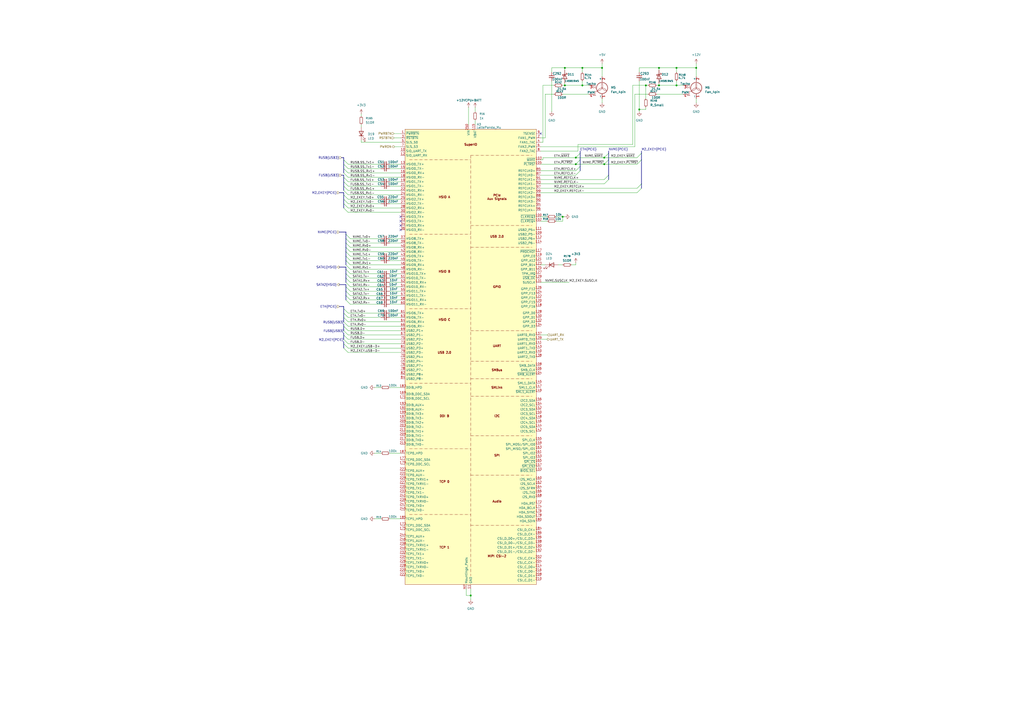
<source format=kicad_sch>
(kicad_sch (version 20250114) (generator "eeschema") (generator_version "9.0")
  (paper "A2")
  (junction (at 349.25 39.37))
  (junction (at 382.27 49.53))
  (junction (at 337.82 39.37))
  (junction (at 392.43 49.53))
  (junction (at 337.82 49.53))
  (junction (at 382.27 39.37))
  (junction (at 334.01 95.25))
  (junction (at 370.84 63.5))
  (junction (at 327.66 49.53))
  (junction (at 374.65 49.53))
  (junction (at 350.52 91.44))
  (junction (at 334.01 91.44))
  (junction (at 327.66 39.37))
  (junction (at 403.86 39.37))
  (junction (at 273.05 345.44))
  (junction (at 392.43 39.37))
  (junction (at 350.52 95.25))
  (junction (at 326.39 125.73))
  (no_connect (at 313.69 77.47))
  (no_connect (at 232.41 125.73))
  (no_connect (at 232.41 128.27))
  (no_connect (at 232.41 133.35))
  (no_connect (at 232.41 130.81))
  (bus_entry (at 199.39 92.71) (size 2.54 2.54))
  (bus_entry (at 200.66 138.43) (size 2.54 2.54))
  (bus_entry (at 199.39 196.85) (size 2.54 2.54))
  (bus_entry (at 336.55 88.9) (size -2.54 2.54))
  (bus_entry (at 199.39 181.61) (size 2.54 2.54))
  (bus_entry (at 353.06 101.6) (size -2.54 2.54))
  (bus_entry (at 353.06 92.71) (size -2.54 2.54))
  (bus_entry (at 200.66 173.99) (size 2.54 2.54))
  (bus_entry (at 336.55 96.52) (size -2.54 2.54))
  (bus_entry (at 372.11 109.22) (size -2.54 2.54))
  (bus_entry (at 200.66 140.97) (size 2.54 2.54))
  (bus_entry (at 353.06 104.14) (size -2.54 2.54))
  (bus_entry (at 199.39 199.39) (size 2.54 2.54))
  (bus_entry (at 199.39 184.15) (size 2.54 2.54))
  (bus_entry (at 199.39 97.79) (size 2.54 2.54))
  (bus_entry (at 199.39 113.03) (size 2.54 2.54))
  (bus_entry (at 336.55 99.06) (size -2.54 2.54))
  (bus_entry (at 199.39 102.87) (size 2.54 2.54))
  (bus_entry (at 200.66 151.13) (size 2.54 2.54))
  (bus_entry (at 372.11 92.71) (size -2.54 2.54))
  (bus_entry (at 199.39 191.77) (size 2.54 2.54))
  (bus_entry (at 200.66 146.05) (size 2.54 2.54))
  (bus_entry (at 200.66 168.91) (size 2.54 2.54))
  (bus_entry (at 199.39 105.41) (size 2.54 2.54))
  (bus_entry (at 199.39 110.49) (size 2.54 2.54))
  (bus_entry (at 199.39 95.25) (size 2.54 2.54))
  (bus_entry (at 200.66 166.37) (size 2.54 2.54))
  (bus_entry (at 199.39 107.95) (size 2.54 2.54))
  (bus_entry (at 200.66 153.67) (size 2.54 2.54))
  (bus_entry (at 372.11 88.9) (size -2.54 2.54))
  (bus_entry (at 353.06 88.9) (size -2.54 2.54))
  (bus_entry (at 199.39 179.07) (size 2.54 2.54))
  (bus_entry (at 199.39 194.31) (size 2.54 2.54))
  (bus_entry (at 336.55 92.71) (size -2.54 2.54))
  (bus_entry (at 199.39 100.33) (size 2.54 2.54))
  (bus_entry (at 200.66 156.21) (size 2.54 2.54))
  (bus_entry (at 199.39 118.11) (size 2.54 2.54))
  (bus_entry (at 200.66 161.29) (size 2.54 2.54))
  (bus_entry (at 200.66 171.45) (size 2.54 2.54))
  (bus_entry (at 199.39 189.23) (size 2.54 2.54))
  (bus_entry (at 199.39 120.65) (size 2.54 2.54))
  (bus_entry (at 200.66 158.75) (size 2.54 2.54))
  (bus_entry (at 372.11 106.68) (size -2.54 2.54))
  (bus_entry (at 200.66 135.89) (size 2.54 2.54))
  (bus_entry (at 200.66 143.51) (size 2.54 2.54))
  (bus_entry (at 200.66 148.59) (size 2.54 2.54))
  (bus_entry (at 199.39 186.69) (size 2.54 2.54))
  (bus_entry (at 199.39 115.57) (size 2.54 2.54))
  (bus_entry (at 200.66 163.83) (size 2.54 2.54))
  (bus_entry (at 199.39 201.93) (size 2.54 2.54))
  (wire (pts (xy 217.17 262.89) (xy 220.98 262.89)))
  (wire (pts (xy 313.69 95.25) (xy 334.01 95.25)))
  (wire (pts (xy 209.55 66.04) (xy 209.55 67.31)))
  (wire (pts (xy 228.6 85.09) (xy 232.41 85.09)))
  (wire (pts (xy 201.93 123.19) (xy 232.41 123.19)))
  (wire (pts (xy 367.03 49.53) (xy 374.65 49.53)))
  (bus (pts (xy 336.55 87.63) (xy 336.55 88.9)))
  (bus (pts (xy 196.85 154.94) (xy 200.66 154.94)))
  (bus (pts (xy 200.66 165.1) (xy 200.66 166.37)))
  (wire (pts (xy 382.27 40.64) (xy 382.27 39.37)))
  (wire (pts (xy 392.43 39.37) (xy 403.86 39.37)))
  (wire (pts (xy 203.2 140.97) (xy 220.98 140.97)))
  (wire (pts (xy 226.06 161.29) (xy 232.41 161.29)))
  (wire (pts (xy 203.2 156.21) (xy 232.41 156.21)))
  (bus (pts (xy 199.39 92.71) (xy 199.39 95.25)))
  (wire (pts (xy 203.2 158.75) (xy 220.98 158.75)))
  (wire (pts (xy 374.65 57.15) (xy 374.65 49.53)))
  (wire (pts (xy 382.27 39.37) (xy 370.84 39.37)))
  (wire (pts (xy 326.39 128.27) (xy 326.39 125.73)))
  (wire (pts (xy 275.59 62.23) (xy 275.59 64.77)))
  (wire (pts (xy 226.06 224.79) (xy 232.41 224.79)))
  (wire (pts (xy 203.2 173.99) (xy 220.98 173.99)))
  (wire (pts (xy 313.69 106.68) (xy 350.52 106.68)))
  (wire (pts (xy 392.43 49.53) (xy 396.24 49.53)))
  (wire (pts (xy 314.96 92.71) (xy 313.69 92.71)))
  (wire (pts (xy 314.96 91.44) (xy 334.01 91.44)))
  (wire (pts (xy 313.69 104.14) (xy 350.52 104.14)))
  (wire (pts (xy 335.28 87.63) (xy 335.28 83.82)))
  (bus (pts (xy 372.11 92.71) (xy 372.11 106.68)))
  (wire (pts (xy 226.06 168.91) (xy 232.41 168.91)))
  (bus (pts (xy 199.39 187.96) (xy 199.39 189.23)))
  (wire (pts (xy 313.69 128.27) (xy 317.5 128.27)))
  (wire (pts (xy 226.06 163.83) (xy 232.41 163.83)))
  (wire (pts (xy 203.2 166.37) (xy 220.98 166.37)))
  (wire (pts (xy 201.93 186.69) (xy 232.41 186.69)))
  (bus (pts (xy 198.12 101.6) (xy 199.39 101.6)))
  (bus (pts (xy 353.06 92.71) (xy 353.06 101.6)))
  (wire (pts (xy 314.96 49.53) (xy 321.31 49.53)))
  (bus (pts (xy 336.55 88.9) (xy 336.55 92.71)))
  (wire (pts (xy 226.06 181.61) (xy 232.41 181.61)))
  (wire (pts (xy 226.06 158.75) (xy 232.41 158.75)))
  (wire (pts (xy 392.43 49.53) (xy 382.27 49.53)))
  (wire (pts (xy 201.93 110.49) (xy 232.41 110.49)))
  (wire (pts (xy 226.06 151.13) (xy 232.41 151.13)))
  (bus (pts (xy 199.39 118.11) (xy 199.39 120.65)))
  (wire (pts (xy 228.6 77.47) (xy 232.41 77.47)))
  (wire (pts (xy 201.93 115.57) (xy 220.98 115.57)))
  (wire (pts (xy 322.58 128.27) (xy 326.39 128.27)))
  (wire (pts (xy 381 49.53) (xy 382.27 49.53)))
  (bus (pts (xy 200.66 154.94) (xy 200.66 156.21)))
  (wire (pts (xy 403.86 39.37) (xy 403.86 44.45)))
  (bus (pts (xy 196.85 177.8) (xy 199.39 177.8)))
  (wire (pts (xy 313.69 85.09) (xy 368.3 85.09)))
  (wire (pts (xy 226.06 105.41) (xy 232.41 105.41)))
  (wire (pts (xy 392.43 46.99) (xy 392.43 49.53)))
  (wire (pts (xy 226.06 138.43) (xy 232.41 138.43)))
  (wire (pts (xy 226.06 184.15) (xy 232.41 184.15)))
  (bus (pts (xy 200.66 138.43) (xy 200.66 140.97)))
  (wire (pts (xy 337.82 49.53) (xy 341.63 49.53)))
  (bus (pts (xy 199.39 179.07) (xy 199.39 181.61)))
  (wire (pts (xy 201.93 107.95) (xy 220.98 107.95)))
  (wire (pts (xy 334.01 153.67) (xy 331.47 153.67)))
  (wire (pts (xy 327.66 125.73) (xy 326.39 125.73)))
  (wire (pts (xy 201.93 97.79) (xy 220.98 97.79)))
  (wire (pts (xy 203.2 153.67) (xy 232.41 153.67)))
  (bus (pts (xy 199.39 105.41) (xy 199.39 107.95)))
  (wire (pts (xy 374.65 62.23) (xy 374.65 63.5)))
  (wire (pts (xy 203.2 148.59) (xy 220.98 148.59)))
  (bus (pts (xy 199.39 177.8) (xy 199.39 179.07)))
  (wire (pts (xy 313.69 196.85) (xy 317.5 196.85)))
  (wire (pts (xy 334.01 91.44) (xy 350.52 91.44)))
  (wire (pts (xy 313.69 111.76) (xy 369.57 111.76)))
  (wire (pts (xy 273.05 341.63) (xy 273.05 345.44)))
  (wire (pts (xy 350.52 91.44) (xy 369.57 91.44)))
  (wire (pts (xy 349.25 57.15) (xy 349.25 59.69)))
  (bus (pts (xy 200.66 134.62) (xy 200.66 135.89)))
  (wire (pts (xy 370.84 39.37) (xy 370.84 41.91)))
  (bus (pts (xy 199.39 193.04) (xy 199.39 194.31)))
  (bus (pts (xy 200.66 158.75) (xy 200.66 161.29)))
  (wire (pts (xy 217.17 224.79) (xy 220.98 224.79)))
  (wire (pts (xy 403.86 36.83) (xy 403.86 39.37)))
  (wire (pts (xy 226.06 300.99) (xy 232.41 300.99)))
  (bus (pts (xy 372.11 88.9) (xy 372.11 92.71)))
  (wire (pts (xy 203.2 176.53) (xy 220.98 176.53)))
  (bus (pts (xy 199.39 91.44) (xy 199.39 92.71)))
  (wire (pts (xy 203.2 138.43) (xy 220.98 138.43)))
  (bus (pts (xy 198.12 91.44) (xy 199.39 91.44)))
  (wire (pts (xy 226.06 95.25) (xy 232.41 95.25)))
  (wire (pts (xy 203.2 168.91) (xy 220.98 168.91)))
  (wire (pts (xy 368.3 54.61) (xy 375.92 54.61)))
  (wire (pts (xy 313.69 87.63) (xy 335.28 87.63)))
  (bus (pts (xy 200.66 166.37) (xy 200.66 168.91)))
  (wire (pts (xy 226.06 173.99) (xy 232.41 173.99)))
  (bus (pts (xy 199.39 113.03) (xy 199.39 115.57)))
  (wire (pts (xy 226.06 262.89) (xy 232.41 262.89)))
  (wire (pts (xy 209.55 82.55) (xy 232.41 82.55)))
  (wire (pts (xy 203.2 143.51) (xy 232.41 143.51)))
  (wire (pts (xy 337.82 49.53) (xy 327.66 49.53)))
  (bus (pts (xy 372.11 87.63) (xy 372.11 88.9)))
  (bus (pts (xy 199.39 107.95) (xy 199.39 110.49)))
  (wire (pts (xy 327.66 49.53) (xy 327.66 48.26)))
  (bus (pts (xy 199.39 198.12) (xy 199.39 199.39)))
  (bus (pts (xy 196.85 134.62) (xy 200.66 134.62)))
  (wire (pts (xy 201.93 204.47) (xy 232.41 204.47)))
  (wire (pts (xy 226.06 148.59) (xy 232.41 148.59)))
  (bus (pts (xy 336.55 96.52) (xy 336.55 99.06)))
  (wire (pts (xy 203.2 163.83) (xy 220.98 163.83)))
  (wire (pts (xy 201.93 95.25) (xy 220.98 95.25)))
  (bus (pts (xy 200.66 168.91) (xy 200.66 171.45)))
  (wire (pts (xy 350.52 95.25) (xy 369.57 95.25)))
  (bus (pts (xy 196.85 165.1) (xy 200.66 165.1)))
  (wire (pts (xy 226.06 166.37) (xy 232.41 166.37)))
  (wire (pts (xy 335.28 83.82) (xy 367.03 83.82)))
  (wire (pts (xy 209.55 72.39) (xy 209.55 73.66)))
  (wire (pts (xy 327.66 40.64) (xy 327.66 39.37)))
  (wire (pts (xy 203.2 161.29) (xy 220.98 161.29)))
  (wire (pts (xy 337.82 41.91) (xy 337.82 39.37)))
  (bus (pts (xy 200.66 156.21) (xy 200.66 158.75)))
  (bus (pts (xy 199.39 181.61) (xy 199.39 184.15)))
  (wire (pts (xy 270.51 345.44) (xy 273.05 345.44)))
  (wire (pts (xy 203.2 146.05) (xy 232.41 146.05)))
  (wire (pts (xy 313.69 99.06) (xy 334.01 99.06)))
  (wire (pts (xy 226.06 118.11) (xy 232.41 118.11)))
  (wire (pts (xy 201.93 199.39) (xy 232.41 199.39)))
  (wire (pts (xy 327.66 39.37) (xy 337.82 39.37)))
  (bus (pts (xy 200.66 146.05) (xy 200.66 148.59)))
  (bus (pts (xy 200.66 161.29) (xy 200.66 163.83)))
  (wire (pts (xy 392.43 41.91) (xy 392.43 39.37)))
  (bus (pts (xy 199.39 97.79) (xy 199.39 100.33)))
  (wire (pts (xy 370.84 46.99) (xy 370.84 63.5)))
  (wire (pts (xy 313.69 153.67) (xy 316.23 153.67)))
  (wire (pts (xy 226.06 107.95) (xy 232.41 107.95)))
  (wire (pts (xy 201.93 113.03) (xy 232.41 113.03)))
  (wire (pts (xy 322.58 125.73) (xy 326.39 125.73)))
  (wire (pts (xy 201.93 100.33) (xy 232.41 100.33)))
  (wire (pts (xy 326.39 49.53) (xy 327.66 49.53)))
  (wire (pts (xy 320.04 39.37) (xy 320.04 41.91)))
  (wire (pts (xy 326.39 54.61) (xy 341.63 54.61)))
  (wire (pts (xy 313.69 194.31) (xy 317.5 194.31)))
  (wire (pts (xy 226.06 115.57) (xy 232.41 115.57)))
  (wire (pts (xy 327.66 39.37) (xy 320.04 39.37)))
  (wire (pts (xy 313.69 80.01) (xy 316.23 80.01)))
  (bus (pts (xy 199.39 101.6) (xy 199.39 102.87)))
  (wire (pts (xy 228.6 80.01) (xy 232.41 80.01)))
  (wire (pts (xy 201.93 118.11) (xy 220.98 118.11)))
  (wire (pts (xy 201.93 105.41) (xy 220.98 105.41)))
  (wire (pts (xy 201.93 189.23) (xy 232.41 189.23)))
  (bus (pts (xy 200.66 151.13) (xy 200.66 153.67)))
  (wire (pts (xy 370.84 63.5) (xy 370.84 64.77)))
  (wire (pts (xy 320.04 46.99) (xy 320.04 64.77)))
  (wire (pts (xy 334.01 95.25) (xy 350.52 95.25)))
  (wire (pts (xy 201.93 191.77) (xy 232.41 191.77)))
  (wire (pts (xy 370.84 63.5) (xy 374.65 63.5)))
  (wire (pts (xy 270.51 341.63) (xy 270.51 345.44)))
  (wire (pts (xy 382.27 39.37) (xy 392.43 39.37)))
  (bus (pts (xy 200.66 148.59) (xy 200.66 151.13)))
  (wire (pts (xy 349.25 39.37) (xy 349.25 44.45)))
  (bus (pts (xy 199.39 102.87) (xy 199.39 105.41)))
  (wire (pts (xy 201.93 196.85) (xy 232.41 196.85)))
  (bus (pts (xy 199.39 199.39) (xy 199.39 201.93)))
  (wire (pts (xy 337.82 39.37) (xy 349.25 39.37)))
  (wire (pts (xy 201.93 120.65) (xy 232.41 120.65)))
  (wire (pts (xy 201.93 184.15) (xy 220.98 184.15)))
  (wire (pts (xy 203.2 171.45) (xy 220.98 171.45)))
  (wire (pts (xy 203.2 151.13) (xy 220.98 151.13)))
  (wire (pts (xy 273.05 345.44) (xy 273.05 347.98)))
  (bus (pts (xy 199.39 111.76) (xy 199.39 113.03)))
  (bus (pts (xy 336.55 92.71) (xy 336.55 96.52)))
  (wire (pts (xy 313.69 101.6) (xy 334.01 101.6)))
  (bus (pts (xy 199.39 184.15) (xy 199.39 186.69)))
  (wire (pts (xy 313.69 163.83) (xy 330.2 163.83)))
  (wire (pts (xy 368.3 85.09) (xy 368.3 54.61)))
  (wire (pts (xy 313.69 82.55) (xy 314.96 82.55)))
  (wire (pts (xy 337.82 46.99) (xy 337.82 49.53)))
  (bus (pts (xy 353.06 87.63) (xy 353.06 88.9)))
  (wire (pts (xy 316.23 54.61) (xy 321.31 54.61)))
  (wire (pts (xy 382.27 49.53) (xy 382.27 48.26)))
  (wire (pts (xy 201.93 102.87) (xy 232.41 102.87)))
  (wire (pts (xy 381 54.61) (xy 396.24 54.61)))
  (wire (pts (xy 226.06 97.79) (xy 232.41 97.79)))
  (wire (pts (xy 374.65 49.53) (xy 375.92 49.53)))
  (wire (pts (xy 226.06 140.97) (xy 232.41 140.97)))
  (wire (pts (xy 314.96 91.44) (xy 314.96 92.71)))
  (bus (pts (xy 199.39 189.23) (xy 199.39 191.77)))
  (wire (pts (xy 316.23 80.01) (xy 316.23 54.61)))
  (wire (pts (xy 314.96 82.55) (xy 314.96 49.53)))
  (bus (pts (xy 199.39 115.57) (xy 199.39 118.11)))
  (wire (pts (xy 349.25 36.83) (xy 349.25 39.37)))
  (wire (pts (xy 201.93 201.93) (xy 232.41 201.93)))
  (wire (pts (xy 275.59 69.85) (xy 275.59 72.39)))
  (wire (pts (xy 271.78 62.23) (xy 271.78 72.39)))
  (bus (pts (xy 353.06 101.6) (xy 353.06 104.14)))
  (bus (pts (xy 196.85 111.76) (xy 199.39 111.76)))
  (wire (pts (xy 226.06 171.45) (xy 232.41 171.45)))
  (wire (pts (xy 403.86 57.15) (xy 403.86 59.69)))
  (wire (pts (xy 334.01 152.4) (xy 334.01 153.67)))
  (bus (pts (xy 372.11 106.68) (xy 372.11 109.22)))
  (bus (pts (xy 200.66 140.97) (xy 200.66 143.51)))
  (bus (pts (xy 200.66 135.89) (xy 200.66 138.43)))
  (wire (pts (xy 313.69 125.73) (xy 317.5 125.73)))
  (wire (pts (xy 201.93 194.31) (xy 232.41 194.31)))
  (bus (pts (xy 200.66 143.51) (xy 200.66 146.05)))
  (wire (pts (xy 201.93 181.61) (xy 220.98 181.61)))
  (bus (pts (xy 199.39 95.25) (xy 199.39 97.79)))
  (wire (pts (xy 323.85 153.67) (xy 326.39 153.67)))
  (wire (pts (xy 226.06 176.53) (xy 232.41 176.53)))
  (wire (pts (xy 367.03 83.82) (xy 367.03 49.53)))
  (bus (pts (xy 199.39 194.31) (xy 199.39 196.85)))
  (wire (pts (xy 217.17 300.99) (xy 220.98 300.99)))
  (wire (pts (xy 209.55 81.28) (xy 209.55 82.55)))
  (bus (pts (xy 200.66 171.45) (xy 200.66 173.99)))
  (bus (pts (xy 353.06 88.9) (xy 353.06 92.71)))
  (wire (pts (xy 313.69 109.22) (xy 369.57 109.22)))
  (label "M2_EKEY{PCIE}" (at 372.11 87.63 0))
  (label "ETH.Tx0-" (at 203.2 184.15 0))
  (label "FUSB.D+" (at 203.2 196.85 0))
  (label "M2_EKEY.REFCLK+" (at 321.31 109.22 0))
  (label "M2_EKEY.USB-D-" (at 203.2 204.47 0))
  (label "SATA2.Rx-" (at 204.47 176.53 0))
  (label "SATA1.Tx-" (at 204.47 161.29 0))
  (label "NVME.Rx0+" (at 204.47 143.51 0))
  (label "FUSB.D-" (at 203.2 199.39 0))
  (label "NVME.REFCLK-" (at 321.31 106.68 0))
  (label "SATA2.Tx-" (at 204.47 171.45 0))
  (label "ETH.Rx0-" (at 203.2 189.23 0))
  (label "FUSB.SS_Tx1+" (at 203.2 105.41 0))
  (label "M2_EKEY.REFCLK-" (at 321.31 111.76 0))
  (label "M2_EKEY.~{WAKE}" (at 354.33 91.44 0))
  (label "ETH.REFCLK+" (at 321.31 99.06 0))
  (label "SATA2.Tx+" (at 204.47 168.91 0))
  (label "SATA1.Rx-" (at 204.47 166.37 0))
  (label "NVME.REFCLK+" (at 321.31 104.14 0))
  (label "SATA1.Rx+" (at 204.47 163.83 0))
  (label "RUSB.D-" (at 203.2 194.31 0))
  (label "NVME{PCIE}" (at 353.06 87.63 0))
  (label "NVME.Tx0+" (at 204.47 138.43 0))
  (label "NVME.Tx0-" (at 204.47 140.97 0))
  (label "NVME.Tx1+" (at 204.47 148.59 0))
  (label "ETH.~{WAKE}" (at 321.31 91.44 0))
  (label "RUSB{USB3}" (at 199.39 187.96 180))
  (label "RUSB.SS_Rx1-" (at 203.2 102.87 0))
  (label "ETH.REFCLK-" (at 321.31 101.6 0))
  (label "NVME.Rx1+" (at 204.47 153.67 0))
  (label "RUSB.SS_Tx1+" (at 203.2 95.25 0))
  (label "M2_EKEY.Tx0-" (at 203.2 118.11 0))
  (label "M2_EKEY.Rx0-" (at 203.2 123.19 0))
  (label "M2_EKEY.SUSCLK" (at 330.2 163.83 0))
  (label "NVME.~{PLTRST}" (at 337.82 95.25 0))
  (label "ETH.~{PLTRST}" (at 321.31 95.25 0))
  (label "M2_EKEY.~{PLTRST}" (at 354.33 95.25 0))
  (label "RUSB.SS_Tx1-" (at 203.2 97.79 0))
  (label "RUSB.SS_Rx1+" (at 203.2 100.33 0))
  (label "FUSB.SS_Rx1+" (at 203.2 110.49 0))
  (label "FUSB.SS_Rx1-" (at 203.2 113.03 0))
  (label "FUSB{USB3}" (at 199.39 193.04 180))
  (label "M2_EKEY{PCIE}" (at 199.39 198.12 180))
  (label "NVME.SUSCLK" (at 316.23 163.83 0))
  (label "M2_EKEY.Tx0+" (at 203.2 115.57 0))
  (label "ETH.Tx0+" (at 203.2 181.61 0))
  (label "SATA1.Tx+" (at 204.47 158.75 0))
  (label "RUSB.D+" (at 203.2 191.77 0))
  (label "M2_EKEY.USB-D+" (at 203.2 201.93 0))
  (label "ETH.Rx0+" (at 203.2 186.69 0))
  (label "NVME.~{WAKE}" (at 339.09 91.44 0))
  (label "SATA2.Rx+" (at 204.47 173.99 0))
  (label "ETH{PCIE}" (at 336.55 87.63 0))
  (label "NVME.Rx0-" (at 204.47 146.05 0))
  (label "NVME.Rx1-" (at 204.47 156.21 0))
  (label "FUSB.SS_Tx1-" (at 203.2 107.95 0))
  (label "NVME.Tx1-" (at 204.47 151.13 0))
  (label "M2_EKEY.Rx0+" (at 203.2 120.65 0))
  (hierarchical_label "NVME{PCIE}" (shape input) (at 196.85 134.62 180))
  (hierarchical_label "SATA2{HSIO}" (shape output) (at 196.85 165.1 180))
  (hierarchical_label "RUSB{USB3}" (shape input) (at 198.12 91.44 180))
  (hierarchical_label "SATA1{HSIO}" (shape output) (at 196.85 154.94 180))
  (hierarchical_label "ETH{PCIE}" (shape input) (at 196.85 177.8 180))
  (hierarchical_label "UART_TX" (shape output) (at 317.5 196.85 0))
  (hierarchical_label "FUSB{USB3}" (shape input) (at 198.12 101.6 180))
  (hierarchical_label "UART_RX" (shape input) (at 317.5 194.31 0))
  (hierarchical_label "PWRBTN" (shape input) (at 228.6 77.47 180))
  (hierarchical_label "M2_EKEY{PCIE}" (shape input) (at 196.85 111.76 180))
  (hierarchical_label "PWRON" (shape output) (at 228.6 85.09 180))
  (hierarchical_label "RSTBTN" (shape input) (at 228.6 80.01 180))
  (symbol (lib_id "Device:R_Small") (at 323.85 54.61 90) (unit 1)
    (property "Reference" "R143" (at 324.612 53.086 90) (effects (font (size 1.016 1.016))))
    (property "Value" "100R" (at 325.882 56.642 90))
    (property "Description" "Resistor, small symbol" (effects (hide yes)))
  )
  (symbol (lib_id "Device:C_Small") (at 223.52 168.91 90) (unit 1)
    (property "Reference" "C65" (at 220.218 167.894 90))
    (property "Value" "10nF" (at 228.346 167.64 90))
    (property "Description" "Unpolarized capacitor, small symbol" (effects (hide yes)))
  )
  (symbol (lib_id "Device:C_Small") (at 223.52 158.75 90) (unit 1)
    (property "Reference" "C61" (at 220.726 157.734 90))
    (property "Value" "10nF" (at 228.346 157.48 90))
    (property "Description" "Unpolarized capacitor, small symbol" (effects (hide yes)))
  )
  (symbol (lib_id "Device:LED") (at 320.04 153.67 0) (unit 1)
    (property "Reference" "D24" (at 318.4525 147.32 0))
    (property "Value" "LED" (at 318.4525 149.86 0))
    (property "Description" "Light emitting diode" (effects (hide yes)))
    (property "Sim.Pins" "1=K 2=A" (effects (hide yes)))
  )
  (symbol (lib_id "Device:R_Small") (at 320.04 128.27 90) (unit 1)
    (property "Reference" "R18" (at 316.484 127 90) (effects (font (size 1.016 1.016))))
    (property "Value" "10k" (at 323.85 127 90))
    (property "Description" "Resistor, small symbol" (effects (hide yes)))
  )
  (symbol (lib_id "Device:R_Small") (at 378.46 49.53 90) (unit 1)
    (property "Reference" "R146" (at 378.46 47.752 90) (effects (font (size 1.016 1.016))))
    (property "Value" "21.5k" (at 380.492 51.562 90))
    (property "Description" "Resistor, small symbol" (effects (hide yes)))
  )
  (symbol (lib_id "Motor:Fan_4pin") (at 403.86 52.07 0) (unit 1)
    (property "Reference" "M6" (at 408.94 50.7999 0) (effects (justify left)))
    (property "Value" "Fan_4pin" (at 408.94 53.3399 0) (effects (justify left)))
    (property "Datasheet" "http://www.formfactors.org/developer%5Cspecs%5Crev1_2_public.pdf" (effects (hide yes)))
    (property "Description" "Fan, tacho output, PWM input, 4-pin connector" (effects (hide yes)))
  )
  (symbol (lib_id "Device:C_Small") (at 223.52 163.83 90) (unit 1)
    (property "Reference" "C63" (at 220.726 162.814 90))
    (property "Value" "10nF" (at 228.346 162.56 90))
    (property "Description" "Unpolarized capacitor, small symbol" (effects (hide yes)))
  )
  (symbol (lib_id "Device:D_Schottky") (at 382.27 44.45 270) (unit 1)
    (property "Reference" "D12" (at 383.794 43.18 90) (effects (justify left)))
    (property "Value" "1N5819WS" (at 382.27 46.99 90) (effects (font (size 1.016 1.016)) (justify left)))
    (property "Description" "Schottky diode" (effects (hide yes)))
  )
  (symbol (lib_id "LattePanda-Mu:LattePanda_Mu") (at 273.05 207.01 0) (unit 1)
    (property "Reference" "A3" (at 276.606 72.136 0) (effects (justify left)))
    (property "Value" "LattePanda_Mu" (at 276.352 73.914 0) (effects (justify left)))
    (property "Footprint" "Module_LattePanda:LattePanda_Module_H8.0mm_Horizontal" (effects (hide yes)))
    (property "Description" "A micro computing module with x86 processer, RAM and eMMC." (effects (hide yes)))
  )
  (symbol (lib_id "Device:C_Small") (at 223.52 173.99 90) (unit 1)
    (property "Reference" "C67" (at 220.218 172.974 90))
    (property "Value" "10nF" (at 228.346 172.72 90))
    (property "Description" "Unpolarized capacitor, small symbol" (effects (hide yes)))
  )
  (symbol (lib_id "Device:C_Small") (at 320.04 44.45 0) (unit 1)
    (property "Reference" "C292" (at 320.548 42.672 0) (effects (justify left)))
    (property "Value" "100nF" (at 320.294 45.974 0) (effects (justify left)))
    (property "Description" "Unpolarized capacitor, small symbol" (effects (hide yes)))
  )
  (symbol (lib_id "Device:R_Small") (at 323.85 49.53 90) (unit 1)
    (property "Reference" "R142" (at 323.85 47.752 90) (effects (font (size 1.016 1.016))))
    (property "Value" "21.5k" (at 325.882 51.562 90))
    (property "Description" "Resistor, small symbol" (effects (hide yes)))
  )
  (symbol (lib_id "power:GND") (at 273.05 347.98 0) (unit 1)
    (property "Reference" "#PWR018" (effects (hide yes)))
    (property "Value" "GND" (at 273.05 353.06 0))
    (property "Description" "Power symbol creates a global label with name \"GND\" , ground" (effects (hide yes)))
  )
  (symbol (lib_id "Device:R_Small") (at 223.52 224.79 90) (unit 1)
    (property "Reference" "R13" (at 219.71 223.774 90) (effects (font (size 1.016 1.016))))
    (property "Value" "100k" (at 227.838 223.52 90))
    (property "Description" "Resistor, small symbol" (effects (hide yes)))
  )
  (symbol (lib_id "power:+BATT") (at 275.59 62.23 0) (unit 1)
    (property "Reference" "#PWR019" (effects (hide yes)))
    (property "Value" "+BATT" (at 276.352 58.166 0))
    (property "Description" "Power symbol creates a global label with name \"+BATT\"" (effects (hide yes)))
  )
  (symbol (lib_id "Device:R_Small") (at 378.46 54.61 90) (unit 1)
    (property "Reference" "R147" (at 379.222 53.086 90) (effects (font (size 1.016 1.016))))
    (property "Value" "100R" (at 380.492 56.642 90))
    (property "Description" "Resistor, small symbol" (effects (hide yes)))
  )
  (symbol (lib_id "Device:C_Small") (at 223.52 140.97 90) (unit 1)
    (property "Reference" "C58" (at 220.98 139.7 90))
    (property "Value" "220nF" (at 228.092 139.7 90))
    (property "Description" "Unpolarized capacitor, small symbol" (effects (hide yes)))
  )
  (symbol (lib_id "custom:+12VCPU") (at 271.78 62.23 0) (unit 1)
    (property "Reference" "#PWR017" (effects (hide yes)))
    (property "Value" "+12VCPU" (at 269.24 58.166 0))
    (property "Description" "Power symbol creates a global label with name \"+12VCPU\"" (effects (hide yes)))
  )
  (symbol (lib_id "Device:C_Small") (at 223.52 138.43 90) (unit 1)
    (property "Reference" "C57" (at 220.98 137.16 90))
    (property "Value" "220nF" (at 228.092 137.16 90))
    (property "Description" "Unpolarized capacitor, small symbol" (effects (hide yes)))
  )
  (symbol (lib_id "Device:C_Small") (at 223.52 115.57 90) (unit 1)
    (property "Reference" "C55" (at 220.726 114.3 90))
    (property "Value" "220nF" (at 228.092 114.3 90))
    (property "Description" "Unpolarized capacitor, small symbol" (effects (hide yes)))
  )
  (symbol (lib_id "Device:C_Small") (at 223.52 118.11 90) (unit 1)
    (property "Reference" "C56" (at 220.98 116.84 90))
    (property "Value" "220nF" (at 228.092 116.84 90))
    (property "Description" "Unpolarized capacitor, small symbol" (effects (hide yes)))
  )
  (symbol (lib_id "Device:C_Small") (at 223.52 107.95 90) (unit 1)
    (property "Reference" "C54" (at 220.98 106.68 90))
    (property "Value" "100nF" (at 228.092 106.68 90))
    (property "Description" "Unpolarized capacitor, small symbol" (effects (hide yes)))
  )
  (symbol (lib_id "Device:C_Small") (at 370.84 44.45 0) (unit 1)
    (property "Reference" "C293" (at 371.348 42.672 0) (effects (justify left)))
    (property "Value" "100nF" (at 371.094 45.974 0) (effects (justify left)))
    (property "Description" "Unpolarized capacitor, small symbol" (effects (hide yes)))
  )
  (symbol (lib_id "Device:C_Small") (at 223.52 95.25 90) (unit 1)
    (property "Reference" "C51" (at 220.98 93.98 90))
    (property "Value" "100nF" (at 228.092 93.98 90))
    (property "Description" "Unpolarized capacitor, small symbol" (effects (hide yes)))
  )
  (symbol (lib_id "power:GND") (at 403.86 59.69 0) (unit 1)
    (property "Reference" "#PWR0191" (effects (hide yes)))
    (property "Value" "GND" (at 403.86 64.77 0))
    (property "Description" "Power symbol creates a global label with name \"GND\" , ground" (effects (hide yes)))
  )
  (symbol (lib_id "power:GND") (at 327.66 125.73 90) (unit 1)
    (property "Reference" "#PWR020" (effects (hide yes)))
    (property "Value" "GND" (at 331.47 125.7299 90) (effects (justify right)))
    (property "Description" "Power symbol creates a global label with name \"GND\" , ground" (effects (hide yes)))
  )
  (symbol (lib_id "Device:R_Small") (at 223.52 300.99 90) (unit 1)
    (property "Reference" "R15" (at 219.71 299.974 90) (effects (font (size 1.016 1.016))))
    (property "Value" "100k" (at 227.838 299.72 90))
    (property "Description" "Resistor, small symbol" (effects (hide yes)))
  )
  (symbol (lib_id "Device:C_Small") (at 223.52 151.13 90) (unit 1)
    (property "Reference" "C60" (at 220.98 149.86 90))
    (property "Value" "220nF" (at 228.092 149.86 90))
    (property "Description" "Unpolarized capacitor, small symbol" (effects (hide yes)))
  )
  (symbol (lib_id "Device:R_Small") (at 392.43 44.45 0) (unit 1)
    (property "Reference" "R148" (at 393.7 43.434 0) (effects (font (size 1.016 1.016)) (justify left)))
    (property "Value" "4.7k" (at 393.446 45.212 0) (effects (justify left)))
    (property "Description" "Resistor, small symbol" (effects (hide yes)))
  )
  (symbol (lib_id "power:+5V") (at 349.25 36.83 0) (unit 1)
    (property "Reference" "#PWR0187" (effects (hide yes)))
    (property "Value" "+5V" (at 349.25 31.75 0))
    (property "Description" "Power symbol creates a global label with name \"+5V\"" (effects (hide yes)))
  )
  (symbol (lib_id "Device:C_Small") (at 223.52 171.45 90) (unit 1)
    (property "Reference" "C66" (at 220.218 170.434 90))
    (property "Value" "10nF" (at 228.346 170.18 90))
    (property "Description" "Unpolarized capacitor, small symbol" (effects (hide yes)))
  )
  (symbol (lib_id "Device:C_Small") (at 223.52 184.15 90) (unit 1)
    (property "Reference" "C70" (at 220.98 182.88 90))
    (property "Value" "100nF" (at 228.092 182.88 90))
    (property "Description" "Unpolarized capacitor, small symbol" (effects (hide yes)))
  )
  (symbol (lib_id "Device:R_Small") (at 223.52 262.89 90) (unit 1)
    (property "Reference" "R14" (at 219.71 261.874 90) (effects (font (size 1.016 1.016))))
    (property "Value" "100k" (at 227.838 261.62 90))
    (property "Description" "Resistor, small symbol" (effects (hide yes)))
  )
  (symbol (lib_id "power:GND") (at 349.25 59.69 0) (unit 1)
    (property "Reference" "#PWR0188" (effects (hide yes)))
    (property "Value" "GND" (at 349.25 64.77 0))
    (property "Description" "Power symbol creates a global label with name \"GND\" , ground" (effects (hide yes)))
  )
  (symbol (lib_id "Device:D_Schottky") (at 327.66 44.45 270) (unit 1)
    (property "Reference" "D11" (at 329.184 43.18 90) (effects (justify left)))
    (property "Value" "1N5819WS" (at 327.66 46.99 90) (effects (font (size 1.016 1.016)) (justify left)))
    (property "Description" "Schottky diode" (effects (hide yes)))
  )
  (symbol (lib_id "Device:C_Small") (at 223.52 161.29 90) (unit 1)
    (property "Reference" "C62" (at 220.726 160.274 90))
    (property "Value" "10nF" (at 228.092 160.02 90))
    (property "Description" "Unpolarized capacitor, small symbol" (effects (hide yes)))
  )
  (symbol (lib_id "power:+12V") (at 403.86 36.83 0) (unit 1)
    (property "Reference" "#PWR0190" (effects (hide yes)))
    (property "Value" "+12V" (at 403.86 31.75 0))
    (property "Description" "Power symbol creates a global label with name \"+12V\"" (effects (hide yes)))
  )
  (symbol (lib_id "power:GND") (at 320.04 64.77 0) (unit 1)
    (property "Reference" "#PWR0186" (effects (hide yes)))
    (property "Value" "GND" (at 320.04 69.85 0))
    (property "Description" "Power symbol creates a global label with name \"GND\" , ground" (effects (hide yes)))
  )
  (symbol (lib_id "power:+3V3") (at 334.01 152.4 0) (unit 1)
    (property "Reference" "#PWR0211" (effects (hide yes)))
    (property "Value" "+3V3" (at 334.01 147.32 0))
    (property "Description" "Power symbol creates a global label with name \"+3V3\"" (effects (hide yes)))
  )
  (symbol (lib_id "power:GND") (at 370.84 64.77 0) (unit 1)
    (property "Reference" "#PWR0189" (effects (hide yes)))
    (property "Value" "GND" (at 370.84 69.85 0))
    (property "Description" "Power symbol creates a global label with name \"GND\" , ground" (effects (hide yes)))
  )
  (symbol (lib_id "Device:C_Small") (at 223.52 166.37 90) (unit 1)
    (property "Reference" "C64" (at 220.726 165.354 90))
    (property "Value" "10nF" (at 228.092 165.1 90))
    (property "Description" "Unpolarized capacitor, small symbol" (effects (hide yes)))
  )
  (symbol (lib_id "power:GND") (at 217.17 262.89 270) (unit 1)
    (property "Reference" "#PWR015" (effects (hide yes)))
    (property "Value" "GND" (at 213.36 262.8899 90) (effects (justify right)))
    (property "Description" "Power symbol creates a global label with name \"GND\" , ground" (effects (hide yes)))
  )
  (symbol (lib_id "Device:R_Small") (at 275.59 67.31 0) (unit 1)
    (property "Reference" "R16" (at 278.13 66.0399 0) (effects (font (size 1.016 1.016)) (justify left)))
    (property "Value" "1k" (at 278.13 68.5799 0) (effects (justify left)))
    (property "Description" "Resistor, small symbol" (effects (hide yes)))
  )
  (symbol (lib_id "Motor:Fan_4pin") (at 349.25 52.07 0) (unit 1)
    (property "Reference" "M5" (at 354.33 50.7999 0) (effects (justify left)))
    (property "Value" "Fan_4pin" (at 354.33 53.3399 0) (effects (justify left)))
    (property "Datasheet" "http://www.formfactors.org/developer%5Cspecs%5Crev1_2_public.pdf" (effects (hide yes)))
    (property "Description" "Fan, tacho output, PWM input, 4-pin connector" (effects (hide yes)))
  )
  (symbol (lib_id "Device:C_Small") (at 223.52 105.41 90) (unit 1)
    (property "Reference" "C53" (at 220.98 104.14 90))
    (property "Value" "100nF" (at 228.092 104.14 90))
    (property "Description" "Unpolarized capacitor, small symbol" (effects (hide yes)))
  )
  (symbol (lib_id "Device:C_Small") (at 223.52 148.59 90) (unit 1)
    (property "Reference" "C59" (at 220.98 147.32 90))
    (property "Value" "220nF" (at 228.092 147.32 90))
    (property "Description" "Unpolarized capacitor, small symbol" (effects (hide yes)))
  )
  (symbol (lib_id "power:GND") (at 217.17 224.79 270) (unit 1)
    (property "Reference" "#PWR014" (effects (hide yes)))
    (property "Value" "GND" (at 213.36 224.7899 90) (effects (justify right)))
    (property "Description" "Power symbol creates a global label with name \"GND\" , ground" (effects (hide yes)))
  )
  (symbol (lib_id "Device:LED") (at 209.55 77.47 90) (unit 1)
    (property "Reference" "D19" (at 213.36 77.7874 90) (effects (justify right)))
    (property "Value" "LED" (at 213.36 80.3274 90) (effects (justify right)))
    (property "Description" "Light emitting diode" (effects (hide yes)))
    (property "Sim.Pins" "1=K 2=A" (effects (hide yes)))
  )
  (symbol (lib_id "power:GND") (at 217.17 300.99 270) (unit 1)
    (property "Reference" "#PWR016" (effects (hide yes)))
    (property "Value" "GND" (at 213.36 300.9899 90) (effects (justify right)))
    (property "Description" "Power symbol creates a global label with name \"GND\" , ground" (effects (hide yes)))
  )
  (symbol (lib_id "Device:C_Small") (at 223.52 176.53 90) (unit 1)
    (property "Reference" "C68" (at 220.218 175.514 90))
    (property "Value" "10nF" (at 228.346 175.26 90))
    (property "Description" "Unpolarized capacitor, small symbol" (effects (hide yes)))
  )
  (symbol (lib_id "Device:R_Small") (at 337.82 44.45 0) (unit 1)
    (property "Reference" "R144" (at 339.09 43.434 0) (effects (font (size 1.016 1.016)) (justify left)))
    (property "Value" "4.7k" (at 338.836 45.212 0) (effects (justify left)))
    (property "Description" "Resistor, small symbol" (effects (hide yes)))
  )
  (symbol (lib_id "Device:R_Small") (at 320.04 125.73 90) (unit 1)
    (property "Reference" "R17" (at 316.484 124.714 90) (effects (font (size 1.016 1.016))))
    (property "Value" "10k" (at 324.104 124.46 90))
    (property "Description" "Resistor, small symbol" (effects (hide yes)))
  )
  (symbol (lib_id "Device:R_Small") (at 209.55 69.85 0) (unit 1)
    (property "Reference" "R165" (at 212.09 68.5799 0) (effects (font (size 1.016 1.016)) (justify left)))
    (property "Value" "510R" (at 212.09 71.1199 0) (effects (justify left)))
    (property "Description" "Resistor, small symbol" (effects (hide yes)))
  )
  (symbol (lib_id "Device:R_Small") (at 328.93 153.67 90) (unit 1)
    (property "Reference" "R178" (at 328.93 148.59 90) (effects (font (size 1.016 1.016))))
    (property "Value" "510R" (at 328.93 151.13 90))
    (property "Description" "Resistor, small symbol" (effects (hide yes)))
  )
  (symbol (lib_id "Device:C_Small") (at 223.52 97.79 90) (unit 1)
    (property "Reference" "C52" (at 220.98 96.52 90))
    (property "Value" "100nF" (at 228.092 96.52 90))
    (property "Description" "Unpolarized capacitor, small symbol" (effects (hide yes)))
  )
  (symbol (lib_id "Device:C_Small") (at 223.52 181.61 90) (unit 1)
    (property "Reference" "C69" (at 220.98 180.34 90))
    (property "Value" "100nF" (at 228.092 180.34 90))
    (property "Description" "Unpolarized capacitor, small symbol" (effects (hide yes)))
  )
  (symbol (lib_id "Device:R_Small") (at 374.65 59.69 0) (unit 1)
    (property "Reference" "R145" (at 377.19 58.4199 0) (effects (font (size 1.016 1.016)) (justify left)))
    (property "Value" "R_Small" (at 377.19 60.9599 0) (effects (justify left)))
    (property "Description" "Resistor, small symbol" (effects (hide yes)))
  )
  (symbol (lib_id "power:+3V3") (at 209.55 66.04 0) (unit 1)
    (property "Reference" "#PWR0206" (effects (hide yes)))
    (property "Value" "+3V3" (at 209.55 60.96 0))
    (property "Description" "Power symbol creates a global label with name \"+3V3\"" (effects (hide yes)))
  )
)
</source>
